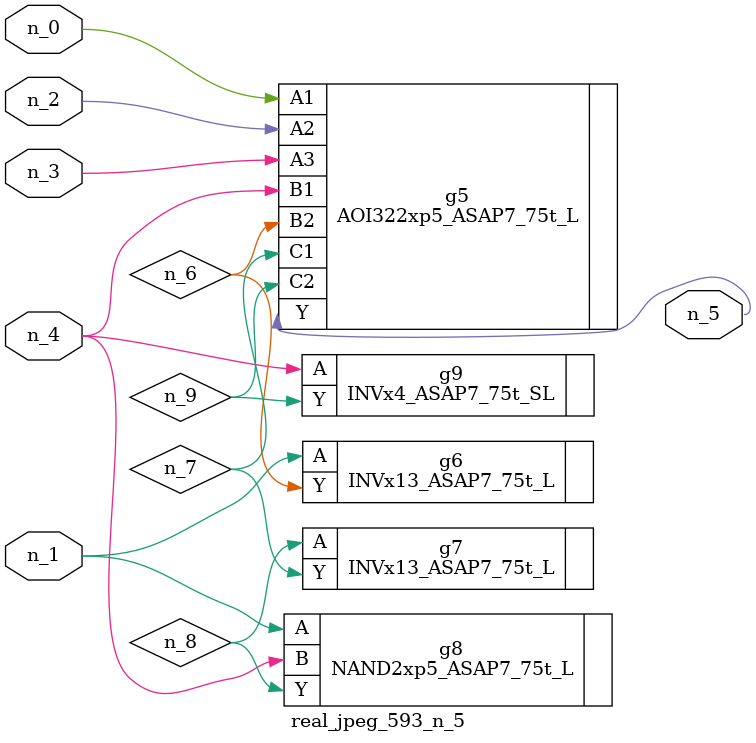
<source format=v>
module real_jpeg_593_n_5 (n_4, n_0, n_1, n_2, n_3, n_5);

input n_4;
input n_0;
input n_1;
input n_2;
input n_3;

output n_5;

wire n_8;
wire n_6;
wire n_7;
wire n_9;

AOI322xp5_ASAP7_75t_L g5 ( 
.A1(n_0),
.A2(n_2),
.A3(n_3),
.B1(n_4),
.B2(n_6),
.C1(n_7),
.C2(n_9),
.Y(n_5)
);

INVx13_ASAP7_75t_L g6 ( 
.A(n_1),
.Y(n_6)
);

NAND2xp5_ASAP7_75t_L g8 ( 
.A(n_1),
.B(n_4),
.Y(n_8)
);

INVx4_ASAP7_75t_SL g9 ( 
.A(n_4),
.Y(n_9)
);

INVx13_ASAP7_75t_L g7 ( 
.A(n_8),
.Y(n_7)
);


endmodule
</source>
